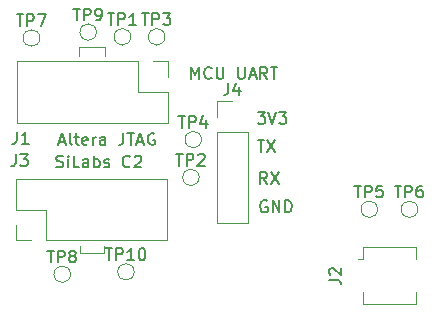
<source format=gbr>
%TF.GenerationSoftware,KiCad,Pcbnew,5.1.8-db9833491~88~ubuntu20.04.1*%
%TF.CreationDate,2021-01-09T18:38:11-05:00*%
%TF.ProjectId,v2.1_breakout,76322e31-5f62-4726-9561-6b6f75742e6b,rev?*%
%TF.SameCoordinates,Original*%
%TF.FileFunction,Legend,Top*%
%TF.FilePolarity,Positive*%
%FSLAX46Y46*%
G04 Gerber Fmt 4.6, Leading zero omitted, Abs format (unit mm)*
G04 Created by KiCad (PCBNEW 5.1.8-db9833491~88~ubuntu20.04.1) date 2021-01-09 18:38:11*
%MOMM*%
%LPD*%
G01*
G04 APERTURE LIST*
%ADD10C,0.150000*%
%ADD11C,0.120000*%
G04 APERTURE END LIST*
D10*
X64638095Y-162300000D02*
X64542857Y-162252380D01*
X64400000Y-162252380D01*
X64257142Y-162300000D01*
X64161904Y-162395238D01*
X64114285Y-162490476D01*
X64066666Y-162680952D01*
X64066666Y-162823809D01*
X64114285Y-163014285D01*
X64161904Y-163109523D01*
X64257142Y-163204761D01*
X64400000Y-163252380D01*
X64495238Y-163252380D01*
X64638095Y-163204761D01*
X64685714Y-163157142D01*
X64685714Y-162823809D01*
X64495238Y-162823809D01*
X65114285Y-163252380D02*
X65114285Y-162252380D01*
X65685714Y-163252380D01*
X65685714Y-162252380D01*
X66161904Y-163252380D02*
X66161904Y-162252380D01*
X66400000Y-162252380D01*
X66542857Y-162300000D01*
X66638095Y-162395238D01*
X66685714Y-162490476D01*
X66733333Y-162680952D01*
X66733333Y-162823809D01*
X66685714Y-163014285D01*
X66638095Y-163109523D01*
X66542857Y-163204761D01*
X66400000Y-163252380D01*
X66161904Y-163252380D01*
X63861904Y-154752380D02*
X64480952Y-154752380D01*
X64147619Y-155133333D01*
X64290476Y-155133333D01*
X64385714Y-155180952D01*
X64433333Y-155228571D01*
X64480952Y-155323809D01*
X64480952Y-155561904D01*
X64433333Y-155657142D01*
X64385714Y-155704761D01*
X64290476Y-155752380D01*
X64004761Y-155752380D01*
X63909523Y-155704761D01*
X63861904Y-155657142D01*
X64766666Y-154752380D02*
X65100000Y-155752380D01*
X65433333Y-154752380D01*
X65671428Y-154752380D02*
X66290476Y-154752380D01*
X65957142Y-155133333D01*
X66100000Y-155133333D01*
X66195238Y-155180952D01*
X66242857Y-155228571D01*
X66290476Y-155323809D01*
X66290476Y-155561904D01*
X66242857Y-155657142D01*
X66195238Y-155704761D01*
X66100000Y-155752380D01*
X65814285Y-155752380D01*
X65719047Y-155704761D01*
X65671428Y-155657142D01*
X64633333Y-160852380D02*
X64300000Y-160376190D01*
X64061904Y-160852380D02*
X64061904Y-159852380D01*
X64442857Y-159852380D01*
X64538095Y-159900000D01*
X64585714Y-159947619D01*
X64633333Y-160042857D01*
X64633333Y-160185714D01*
X64585714Y-160280952D01*
X64538095Y-160328571D01*
X64442857Y-160376190D01*
X64061904Y-160376190D01*
X64966666Y-159852380D02*
X65633333Y-160852380D01*
X65633333Y-159852380D02*
X64966666Y-160852380D01*
X63838095Y-157152380D02*
X64409523Y-157152380D01*
X64123809Y-158152380D02*
X64123809Y-157152380D01*
X64647619Y-157152380D02*
X65314285Y-158152380D01*
X65314285Y-157152380D02*
X64647619Y-158152380D01*
X58228571Y-151952380D02*
X58228571Y-150952380D01*
X58561904Y-151666666D01*
X58895238Y-150952380D01*
X58895238Y-151952380D01*
X59942857Y-151857142D02*
X59895238Y-151904761D01*
X59752380Y-151952380D01*
X59657142Y-151952380D01*
X59514285Y-151904761D01*
X59419047Y-151809523D01*
X59371428Y-151714285D01*
X59323809Y-151523809D01*
X59323809Y-151380952D01*
X59371428Y-151190476D01*
X59419047Y-151095238D01*
X59514285Y-151000000D01*
X59657142Y-150952380D01*
X59752380Y-150952380D01*
X59895238Y-151000000D01*
X59942857Y-151047619D01*
X60371428Y-150952380D02*
X60371428Y-151761904D01*
X60419047Y-151857142D01*
X60466666Y-151904761D01*
X60561904Y-151952380D01*
X60752380Y-151952380D01*
X60847619Y-151904761D01*
X60895238Y-151857142D01*
X60942857Y-151761904D01*
X60942857Y-150952380D01*
X62180952Y-150952380D02*
X62180952Y-151761904D01*
X62228571Y-151857142D01*
X62276190Y-151904761D01*
X62371428Y-151952380D01*
X62561904Y-151952380D01*
X62657142Y-151904761D01*
X62704761Y-151857142D01*
X62752380Y-151761904D01*
X62752380Y-150952380D01*
X63180952Y-151666666D02*
X63657142Y-151666666D01*
X63085714Y-151952380D02*
X63419047Y-150952380D01*
X63752380Y-151952380D01*
X64657142Y-151952380D02*
X64323809Y-151476190D01*
X64085714Y-151952380D02*
X64085714Y-150952380D01*
X64466666Y-150952380D01*
X64561904Y-151000000D01*
X64609523Y-151047619D01*
X64657142Y-151142857D01*
X64657142Y-151285714D01*
X64609523Y-151380952D01*
X64561904Y-151428571D01*
X64466666Y-151476190D01*
X64085714Y-151476190D01*
X64942857Y-150952380D02*
X65514285Y-150952380D01*
X65228571Y-151952380D02*
X65228571Y-150952380D01*
D11*
X50800000Y-166700000D02*
X50800000Y-166100000D01*
X48800000Y-166700000D02*
X50800000Y-166700000D01*
X48800000Y-166100000D02*
X48800000Y-166700000D01*
X50900000Y-149300000D02*
X50900000Y-150000000D01*
X48700000Y-149300000D02*
X50900000Y-149300000D01*
X48700000Y-150000000D02*
X48700000Y-149300000D01*
D10*
X46804761Y-159404761D02*
X46947619Y-159452380D01*
X47185714Y-159452380D01*
X47280952Y-159404761D01*
X47328571Y-159357142D01*
X47376190Y-159261904D01*
X47376190Y-159166666D01*
X47328571Y-159071428D01*
X47280952Y-159023809D01*
X47185714Y-158976190D01*
X46995238Y-158928571D01*
X46900000Y-158880952D01*
X46852380Y-158833333D01*
X46804761Y-158738095D01*
X46804761Y-158642857D01*
X46852380Y-158547619D01*
X46900000Y-158500000D01*
X46995238Y-158452380D01*
X47233333Y-158452380D01*
X47376190Y-158500000D01*
X47804761Y-159452380D02*
X47804761Y-158785714D01*
X47804761Y-158452380D02*
X47757142Y-158500000D01*
X47804761Y-158547619D01*
X47852380Y-158500000D01*
X47804761Y-158452380D01*
X47804761Y-158547619D01*
X48757142Y-159452380D02*
X48280952Y-159452380D01*
X48280952Y-158452380D01*
X49519047Y-159452380D02*
X49519047Y-158928571D01*
X49471428Y-158833333D01*
X49376190Y-158785714D01*
X49185714Y-158785714D01*
X49090476Y-158833333D01*
X49519047Y-159404761D02*
X49423809Y-159452380D01*
X49185714Y-159452380D01*
X49090476Y-159404761D01*
X49042857Y-159309523D01*
X49042857Y-159214285D01*
X49090476Y-159119047D01*
X49185714Y-159071428D01*
X49423809Y-159071428D01*
X49519047Y-159023809D01*
X49995238Y-159452380D02*
X49995238Y-158452380D01*
X49995238Y-158833333D02*
X50090476Y-158785714D01*
X50280952Y-158785714D01*
X50376190Y-158833333D01*
X50423809Y-158880952D01*
X50471428Y-158976190D01*
X50471428Y-159261904D01*
X50423809Y-159357142D01*
X50376190Y-159404761D01*
X50280952Y-159452380D01*
X50090476Y-159452380D01*
X49995238Y-159404761D01*
X50852380Y-159404761D02*
X50947619Y-159452380D01*
X51138095Y-159452380D01*
X51233333Y-159404761D01*
X51280952Y-159309523D01*
X51280952Y-159261904D01*
X51233333Y-159166666D01*
X51138095Y-159119047D01*
X50995238Y-159119047D01*
X50900000Y-159071428D01*
X50852380Y-158976190D01*
X50852380Y-158928571D01*
X50900000Y-158833333D01*
X50995238Y-158785714D01*
X51138095Y-158785714D01*
X51233333Y-158833333D01*
X53042857Y-159357142D02*
X52995238Y-159404761D01*
X52852380Y-159452380D01*
X52757142Y-159452380D01*
X52614285Y-159404761D01*
X52519047Y-159309523D01*
X52471428Y-159214285D01*
X52423809Y-159023809D01*
X52423809Y-158880952D01*
X52471428Y-158690476D01*
X52519047Y-158595238D01*
X52614285Y-158500000D01*
X52757142Y-158452380D01*
X52852380Y-158452380D01*
X52995238Y-158500000D01*
X53042857Y-158547619D01*
X53423809Y-158547619D02*
X53471428Y-158500000D01*
X53566666Y-158452380D01*
X53804761Y-158452380D01*
X53900000Y-158500000D01*
X53947619Y-158547619D01*
X53995238Y-158642857D01*
X53995238Y-158738095D01*
X53947619Y-158880952D01*
X53376190Y-159452380D01*
X53995238Y-159452380D01*
X47052380Y-157266666D02*
X47528571Y-157266666D01*
X46957142Y-157552380D02*
X47290476Y-156552380D01*
X47623809Y-157552380D01*
X48100000Y-157552380D02*
X48004761Y-157504761D01*
X47957142Y-157409523D01*
X47957142Y-156552380D01*
X48338095Y-156885714D02*
X48719047Y-156885714D01*
X48480952Y-156552380D02*
X48480952Y-157409523D01*
X48528571Y-157504761D01*
X48623809Y-157552380D01*
X48719047Y-157552380D01*
X49433333Y-157504761D02*
X49338095Y-157552380D01*
X49147619Y-157552380D01*
X49052380Y-157504761D01*
X49004761Y-157409523D01*
X49004761Y-157028571D01*
X49052380Y-156933333D01*
X49147619Y-156885714D01*
X49338095Y-156885714D01*
X49433333Y-156933333D01*
X49480952Y-157028571D01*
X49480952Y-157123809D01*
X49004761Y-157219047D01*
X49909523Y-157552380D02*
X49909523Y-156885714D01*
X49909523Y-157076190D02*
X49957142Y-156980952D01*
X50004761Y-156933333D01*
X50100000Y-156885714D01*
X50195238Y-156885714D01*
X50957142Y-157552380D02*
X50957142Y-157028571D01*
X50909523Y-156933333D01*
X50814285Y-156885714D01*
X50623809Y-156885714D01*
X50528571Y-156933333D01*
X50957142Y-157504761D02*
X50861904Y-157552380D01*
X50623809Y-157552380D01*
X50528571Y-157504761D01*
X50480952Y-157409523D01*
X50480952Y-157314285D01*
X50528571Y-157219047D01*
X50623809Y-157171428D01*
X50861904Y-157171428D01*
X50957142Y-157123809D01*
X52480952Y-156552380D02*
X52480952Y-157266666D01*
X52433333Y-157409523D01*
X52338095Y-157504761D01*
X52195238Y-157552380D01*
X52100000Y-157552380D01*
X52814285Y-156552380D02*
X53385714Y-156552380D01*
X53100000Y-157552380D02*
X53100000Y-156552380D01*
X53671428Y-157266666D02*
X54147619Y-157266666D01*
X53576190Y-157552380D02*
X53909523Y-156552380D01*
X54242857Y-157552380D01*
X55100000Y-156600000D02*
X55004761Y-156552380D01*
X54861904Y-156552380D01*
X54719047Y-156600000D01*
X54623809Y-156695238D01*
X54576190Y-156790476D01*
X54528571Y-156980952D01*
X54528571Y-157123809D01*
X54576190Y-157314285D01*
X54623809Y-157409523D01*
X54719047Y-157504761D01*
X54861904Y-157552380D01*
X54957142Y-157552380D01*
X55100000Y-157504761D01*
X55147619Y-157457142D01*
X55147619Y-157123809D01*
X54957142Y-157123809D01*
D11*
%TO.C,TP10*%
X53400000Y-168300000D02*
G75*
G03*
X53400000Y-168300000I-700000J0D01*
G01*
%TO.C,TP9*%
X50200000Y-148000000D02*
G75*
G03*
X50200000Y-148000000I-700000J0D01*
G01*
%TO.C,TP8*%
X48000000Y-168500000D02*
G75*
G03*
X48000000Y-168500000I-700000J0D01*
G01*
%TO.C,TP7*%
X45400000Y-148500000D02*
G75*
G03*
X45400000Y-148500000I-700000J0D01*
G01*
%TO.C,TP6*%
X77400000Y-163000000D02*
G75*
G03*
X77400000Y-163000000I-700000J0D01*
G01*
%TO.C,TP5*%
X74000000Y-163000000D02*
G75*
G03*
X74000000Y-163000000I-700000J0D01*
G01*
%TO.C,TP4*%
X59100000Y-157100000D02*
G75*
G03*
X59100000Y-157100000I-700000J0D01*
G01*
%TO.C,TP3*%
X56000000Y-148400000D02*
G75*
G03*
X56000000Y-148400000I-700000J0D01*
G01*
%TO.C,TP2*%
X58900000Y-160300000D02*
G75*
G03*
X58900000Y-160300000I-700000J0D01*
G01*
%TO.C,TP1*%
X53100000Y-148400000D02*
G75*
G03*
X53100000Y-148400000I-700000J0D01*
G01*
%TO.C,J4*%
X60370000Y-164150000D02*
X63030000Y-164150000D01*
X60370000Y-156470000D02*
X60370000Y-164150000D01*
X63030000Y-156470000D02*
X63030000Y-164150000D01*
X60370000Y-156470000D02*
X63030000Y-156470000D01*
X60370000Y-155200000D02*
X60370000Y-153870000D01*
X60370000Y-153870000D02*
X61700000Y-153870000D01*
%TO.C,J3*%
X56190000Y-165630000D02*
X56190000Y-160430000D01*
X45970000Y-165630000D02*
X56190000Y-165630000D01*
X43370000Y-160430000D02*
X56190000Y-160430000D01*
X45970000Y-165630000D02*
X45970000Y-163030000D01*
X45970000Y-163030000D02*
X43370000Y-163030000D01*
X43370000Y-163030000D02*
X43370000Y-160430000D01*
X44700000Y-165630000D02*
X43370000Y-165630000D01*
X43370000Y-165630000D02*
X43370000Y-164300000D01*
%TO.C,J2*%
X72740000Y-166190000D02*
X72740000Y-167190000D01*
X77260000Y-166190000D02*
X72740000Y-166190000D01*
X77260000Y-167190000D02*
X77260000Y-166190000D01*
X72740000Y-167200000D02*
X72316667Y-167200000D01*
X72740000Y-171010000D02*
X72740000Y-170010000D01*
X77260000Y-171010000D02*
X72740000Y-171010000D01*
X77260000Y-170010000D02*
X77260000Y-171010000D01*
%TO.C,J1*%
X43480000Y-150470000D02*
X43480000Y-155670000D01*
X53700000Y-150470000D02*
X43480000Y-150470000D01*
X56300000Y-155670000D02*
X43480000Y-155670000D01*
X53700000Y-150470000D02*
X53700000Y-153070000D01*
X53700000Y-153070000D02*
X56300000Y-153070000D01*
X56300000Y-153070000D02*
X56300000Y-155670000D01*
X54970000Y-150470000D02*
X56300000Y-150470000D01*
X56300000Y-150470000D02*
X56300000Y-151800000D01*
%TO.C,TP10*%
D10*
X50961904Y-166304380D02*
X51533333Y-166304380D01*
X51247619Y-167304380D02*
X51247619Y-166304380D01*
X51866666Y-167304380D02*
X51866666Y-166304380D01*
X52247619Y-166304380D01*
X52342857Y-166352000D01*
X52390476Y-166399619D01*
X52438095Y-166494857D01*
X52438095Y-166637714D01*
X52390476Y-166732952D01*
X52342857Y-166780571D01*
X52247619Y-166828190D01*
X51866666Y-166828190D01*
X53390476Y-167304380D02*
X52819047Y-167304380D01*
X53104761Y-167304380D02*
X53104761Y-166304380D01*
X53009523Y-166447238D01*
X52914285Y-166542476D01*
X52819047Y-166590095D01*
X54009523Y-166304380D02*
X54104761Y-166304380D01*
X54200000Y-166352000D01*
X54247619Y-166399619D01*
X54295238Y-166494857D01*
X54342857Y-166685333D01*
X54342857Y-166923428D01*
X54295238Y-167113904D01*
X54247619Y-167209142D01*
X54200000Y-167256761D01*
X54104761Y-167304380D01*
X54009523Y-167304380D01*
X53914285Y-167256761D01*
X53866666Y-167209142D01*
X53819047Y-167113904D01*
X53771428Y-166923428D01*
X53771428Y-166685333D01*
X53819047Y-166494857D01*
X53866666Y-166399619D01*
X53914285Y-166352000D01*
X54009523Y-166304380D01*
%TO.C,TP9*%
X48238095Y-146004380D02*
X48809523Y-146004380D01*
X48523809Y-147004380D02*
X48523809Y-146004380D01*
X49142857Y-147004380D02*
X49142857Y-146004380D01*
X49523809Y-146004380D01*
X49619047Y-146052000D01*
X49666666Y-146099619D01*
X49714285Y-146194857D01*
X49714285Y-146337714D01*
X49666666Y-146432952D01*
X49619047Y-146480571D01*
X49523809Y-146528190D01*
X49142857Y-146528190D01*
X50190476Y-147004380D02*
X50380952Y-147004380D01*
X50476190Y-146956761D01*
X50523809Y-146909142D01*
X50619047Y-146766285D01*
X50666666Y-146575809D01*
X50666666Y-146194857D01*
X50619047Y-146099619D01*
X50571428Y-146052000D01*
X50476190Y-146004380D01*
X50285714Y-146004380D01*
X50190476Y-146052000D01*
X50142857Y-146099619D01*
X50095238Y-146194857D01*
X50095238Y-146432952D01*
X50142857Y-146528190D01*
X50190476Y-146575809D01*
X50285714Y-146623428D01*
X50476190Y-146623428D01*
X50571428Y-146575809D01*
X50619047Y-146528190D01*
X50666666Y-146432952D01*
%TO.C,TP8*%
X46038095Y-166504380D02*
X46609523Y-166504380D01*
X46323809Y-167504380D02*
X46323809Y-166504380D01*
X46942857Y-167504380D02*
X46942857Y-166504380D01*
X47323809Y-166504380D01*
X47419047Y-166552000D01*
X47466666Y-166599619D01*
X47514285Y-166694857D01*
X47514285Y-166837714D01*
X47466666Y-166932952D01*
X47419047Y-166980571D01*
X47323809Y-167028190D01*
X46942857Y-167028190D01*
X48085714Y-166932952D02*
X47990476Y-166885333D01*
X47942857Y-166837714D01*
X47895238Y-166742476D01*
X47895238Y-166694857D01*
X47942857Y-166599619D01*
X47990476Y-166552000D01*
X48085714Y-166504380D01*
X48276190Y-166504380D01*
X48371428Y-166552000D01*
X48419047Y-166599619D01*
X48466666Y-166694857D01*
X48466666Y-166742476D01*
X48419047Y-166837714D01*
X48371428Y-166885333D01*
X48276190Y-166932952D01*
X48085714Y-166932952D01*
X47990476Y-166980571D01*
X47942857Y-167028190D01*
X47895238Y-167123428D01*
X47895238Y-167313904D01*
X47942857Y-167409142D01*
X47990476Y-167456761D01*
X48085714Y-167504380D01*
X48276190Y-167504380D01*
X48371428Y-167456761D01*
X48419047Y-167409142D01*
X48466666Y-167313904D01*
X48466666Y-167123428D01*
X48419047Y-167028190D01*
X48371428Y-166980571D01*
X48276190Y-166932952D01*
%TO.C,TP7*%
X43438095Y-146504380D02*
X44009523Y-146504380D01*
X43723809Y-147504380D02*
X43723809Y-146504380D01*
X44342857Y-147504380D02*
X44342857Y-146504380D01*
X44723809Y-146504380D01*
X44819047Y-146552000D01*
X44866666Y-146599619D01*
X44914285Y-146694857D01*
X44914285Y-146837714D01*
X44866666Y-146932952D01*
X44819047Y-146980571D01*
X44723809Y-147028190D01*
X44342857Y-147028190D01*
X45247619Y-146504380D02*
X45914285Y-146504380D01*
X45485714Y-147504380D01*
%TO.C,TP6*%
X75438095Y-161004380D02*
X76009523Y-161004380D01*
X75723809Y-162004380D02*
X75723809Y-161004380D01*
X76342857Y-162004380D02*
X76342857Y-161004380D01*
X76723809Y-161004380D01*
X76819047Y-161052000D01*
X76866666Y-161099619D01*
X76914285Y-161194857D01*
X76914285Y-161337714D01*
X76866666Y-161432952D01*
X76819047Y-161480571D01*
X76723809Y-161528190D01*
X76342857Y-161528190D01*
X77771428Y-161004380D02*
X77580952Y-161004380D01*
X77485714Y-161052000D01*
X77438095Y-161099619D01*
X77342857Y-161242476D01*
X77295238Y-161432952D01*
X77295238Y-161813904D01*
X77342857Y-161909142D01*
X77390476Y-161956761D01*
X77485714Y-162004380D01*
X77676190Y-162004380D01*
X77771428Y-161956761D01*
X77819047Y-161909142D01*
X77866666Y-161813904D01*
X77866666Y-161575809D01*
X77819047Y-161480571D01*
X77771428Y-161432952D01*
X77676190Y-161385333D01*
X77485714Y-161385333D01*
X77390476Y-161432952D01*
X77342857Y-161480571D01*
X77295238Y-161575809D01*
%TO.C,TP5*%
X72038095Y-161004380D02*
X72609523Y-161004380D01*
X72323809Y-162004380D02*
X72323809Y-161004380D01*
X72942857Y-162004380D02*
X72942857Y-161004380D01*
X73323809Y-161004380D01*
X73419047Y-161052000D01*
X73466666Y-161099619D01*
X73514285Y-161194857D01*
X73514285Y-161337714D01*
X73466666Y-161432952D01*
X73419047Y-161480571D01*
X73323809Y-161528190D01*
X72942857Y-161528190D01*
X74419047Y-161004380D02*
X73942857Y-161004380D01*
X73895238Y-161480571D01*
X73942857Y-161432952D01*
X74038095Y-161385333D01*
X74276190Y-161385333D01*
X74371428Y-161432952D01*
X74419047Y-161480571D01*
X74466666Y-161575809D01*
X74466666Y-161813904D01*
X74419047Y-161909142D01*
X74371428Y-161956761D01*
X74276190Y-162004380D01*
X74038095Y-162004380D01*
X73942857Y-161956761D01*
X73895238Y-161909142D01*
%TO.C,TP4*%
X57138095Y-155104380D02*
X57709523Y-155104380D01*
X57423809Y-156104380D02*
X57423809Y-155104380D01*
X58042857Y-156104380D02*
X58042857Y-155104380D01*
X58423809Y-155104380D01*
X58519047Y-155152000D01*
X58566666Y-155199619D01*
X58614285Y-155294857D01*
X58614285Y-155437714D01*
X58566666Y-155532952D01*
X58519047Y-155580571D01*
X58423809Y-155628190D01*
X58042857Y-155628190D01*
X59471428Y-155437714D02*
X59471428Y-156104380D01*
X59233333Y-155056761D02*
X58995238Y-155771047D01*
X59614285Y-155771047D01*
%TO.C,TP3*%
X54038095Y-146404380D02*
X54609523Y-146404380D01*
X54323809Y-147404380D02*
X54323809Y-146404380D01*
X54942857Y-147404380D02*
X54942857Y-146404380D01*
X55323809Y-146404380D01*
X55419047Y-146452000D01*
X55466666Y-146499619D01*
X55514285Y-146594857D01*
X55514285Y-146737714D01*
X55466666Y-146832952D01*
X55419047Y-146880571D01*
X55323809Y-146928190D01*
X54942857Y-146928190D01*
X55847619Y-146404380D02*
X56466666Y-146404380D01*
X56133333Y-146785333D01*
X56276190Y-146785333D01*
X56371428Y-146832952D01*
X56419047Y-146880571D01*
X56466666Y-146975809D01*
X56466666Y-147213904D01*
X56419047Y-147309142D01*
X56371428Y-147356761D01*
X56276190Y-147404380D01*
X55990476Y-147404380D01*
X55895238Y-147356761D01*
X55847619Y-147309142D01*
%TO.C,TP2*%
X56938095Y-158304380D02*
X57509523Y-158304380D01*
X57223809Y-159304380D02*
X57223809Y-158304380D01*
X57842857Y-159304380D02*
X57842857Y-158304380D01*
X58223809Y-158304380D01*
X58319047Y-158352000D01*
X58366666Y-158399619D01*
X58414285Y-158494857D01*
X58414285Y-158637714D01*
X58366666Y-158732952D01*
X58319047Y-158780571D01*
X58223809Y-158828190D01*
X57842857Y-158828190D01*
X58795238Y-158399619D02*
X58842857Y-158352000D01*
X58938095Y-158304380D01*
X59176190Y-158304380D01*
X59271428Y-158352000D01*
X59319047Y-158399619D01*
X59366666Y-158494857D01*
X59366666Y-158590095D01*
X59319047Y-158732952D01*
X58747619Y-159304380D01*
X59366666Y-159304380D01*
%TO.C,TP1*%
X51138095Y-146404380D02*
X51709523Y-146404380D01*
X51423809Y-147404380D02*
X51423809Y-146404380D01*
X52042857Y-147404380D02*
X52042857Y-146404380D01*
X52423809Y-146404380D01*
X52519047Y-146452000D01*
X52566666Y-146499619D01*
X52614285Y-146594857D01*
X52614285Y-146737714D01*
X52566666Y-146832952D01*
X52519047Y-146880571D01*
X52423809Y-146928190D01*
X52042857Y-146928190D01*
X53566666Y-147404380D02*
X52995238Y-147404380D01*
X53280952Y-147404380D02*
X53280952Y-146404380D01*
X53185714Y-146547238D01*
X53090476Y-146642476D01*
X52995238Y-146690095D01*
%TO.C,J4*%
X61366666Y-152322380D02*
X61366666Y-153036666D01*
X61319047Y-153179523D01*
X61223809Y-153274761D01*
X61080952Y-153322380D01*
X60985714Y-153322380D01*
X62271428Y-152655714D02*
X62271428Y-153322380D01*
X62033333Y-152274761D02*
X61795238Y-152989047D01*
X62414285Y-152989047D01*
%TO.C,J3*%
X43366666Y-158352380D02*
X43366666Y-159066666D01*
X43319047Y-159209523D01*
X43223809Y-159304761D01*
X43080952Y-159352380D01*
X42985714Y-159352380D01*
X43747619Y-158352380D02*
X44366666Y-158352380D01*
X44033333Y-158733333D01*
X44176190Y-158733333D01*
X44271428Y-158780952D01*
X44319047Y-158828571D01*
X44366666Y-158923809D01*
X44366666Y-159161904D01*
X44319047Y-159257142D01*
X44271428Y-159304761D01*
X44176190Y-159352380D01*
X43890476Y-159352380D01*
X43795238Y-159304761D01*
X43747619Y-159257142D01*
%TO.C,J2*%
X69902380Y-168983333D02*
X70616666Y-168983333D01*
X70759523Y-169030952D01*
X70854761Y-169126190D01*
X70902380Y-169269047D01*
X70902380Y-169364285D01*
X69997619Y-168554761D02*
X69950000Y-168507142D01*
X69902380Y-168411904D01*
X69902380Y-168173809D01*
X69950000Y-168078571D01*
X69997619Y-168030952D01*
X70092857Y-167983333D01*
X70188095Y-167983333D01*
X70330952Y-168030952D01*
X70902380Y-168602380D01*
X70902380Y-167983333D01*
%TO.C,J1*%
X43466666Y-156452380D02*
X43466666Y-157166666D01*
X43419047Y-157309523D01*
X43323809Y-157404761D01*
X43180952Y-157452380D01*
X43085714Y-157452380D01*
X44466666Y-157452380D02*
X43895238Y-157452380D01*
X44180952Y-157452380D02*
X44180952Y-156452380D01*
X44085714Y-156595238D01*
X43990476Y-156690476D01*
X43895238Y-156738095D01*
%TD*%
M02*

</source>
